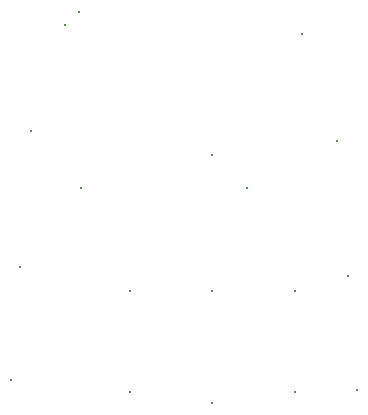
<source format=gbr>
%FSTAX23Y23*%
%MOMM*%
%SFA1B1*%

%IPPOS*%
%ADD47C,0.299999*%
%LNledpcbv2_filling-1*%
%LPD*%
G54D47*
X-08863Y16251D03*
X09449Y-15899D03*
X02449Y-16899D03*
X-04549Y-15899D03*
X-14648Y-14939D03*
X-04549Y-07399D03*
X02449D03*
X09449D03*
X05349Y01299D03*
X-08649D03*
X-12948Y06142D03*
X-13875Y-05351D03*
X1301Y05344D03*
X13937Y-06148D03*
X14711Y-15737D03*
X02449Y04099D03*
X09999Y14349D03*
X-09999Y15149D03*
M02*
</source>
